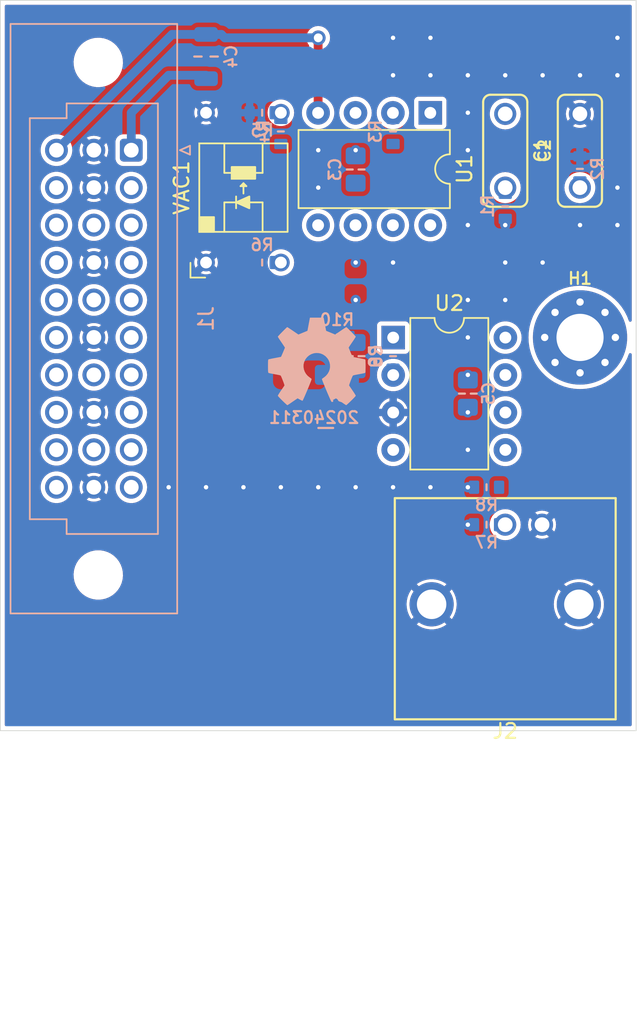
<source format=kicad_pcb>
(kicad_pcb (version 20221018) (generator pcbnew)
  (layers (0 "F.Cu" mixed) (31 "B.Cu" mixed) (34 "B.Paste" user) (35 "F.Paste" user) (36 "B.SilkS" user "B.Silkscreen") (37 "F.SilkS" user "F.Silkscreen") (38 "B.Mask" user) (39 "F.Mask" user) (44 "Edge.Cuts" user))
  (net 0 "")
  (net 1 "GND")
  (net 2 "/+aV")
  (net 3 "/+5V")
  (net 16 "/-aV")
  (net 17 "/xV")
  (net 26 "Net-(U1-+IN)")
  (net 27 "Net-(C1-Pad2)")
  (net 28 "/OUT")
  (net 29 "Net-(U1--IN)")
  (net 30 "Net-(R4-Pad1)")
  (net 31 "Net-(VAC1-A)")
  (net 32 "/GAIN_SET")
  (net 36 "Net-(J2-Pad1)")
  (net 37 "Net-(U2--IN1)")
  (net 38 "Net-(C7-Pad1)")
  (footprint "SquantorCapacitor:C-050-030X100-film" (layer "F.Cu") (at 173.99 73.7 -90)
    (fp_text reference "C1" (at 0 -2.4 90) (layer "F.SilkS") (effects (font (size 0.8 0.8))))
    (fp_text value "47n")
    (fp_line (start -3.8 -1) (end -3.8 1) (stroke (width 0.15)) (layer "F.SilkS"))
    (fp_line (start -3.3 1.5) (end 3.3 1.5) (stroke (width 0.15)) (layer "F.SilkS"))
    (fp_line (start 3.3 -1.5) (end -3.3 -1.5) (stroke (width 0.15)) (layer "F.SilkS"))
    (fp_line (start 3.8 1) (end 3.8 -1) (stroke (width 0.15)) (layer "F.SilkS"))
    (fp_arc (start -3.8 -1) (mid -3.653553 -1.353553) (end -3.3 -1.5) (stroke (width 0.15)) (layer "F.SilkS"))
    (fp_arc (start -3.3 1.5) (mid -3.653553 1.353553) (end -3.8 1) (stroke (width 0.15)) (layer "F.SilkS"))
    (fp_arc (start 3.3 -1.5) (mid 3.653553 -1.353553) (end 3.8 -1) (stroke (width 0.15)) (layer "F.SilkS"))
    (fp_arc (start 3.8 1) (mid 3.653553 1.353553) (end 3.3 1.5) (stroke (width 0.15)) (layer "F.SilkS"))
    (pad "1" thru_hole circle (at -2.5 0 270) (size 1.5 1.5) (drill 1) (layers "*.Cu" "*.Mask") (net 26 "Net-(U1-+IN)"))
    (pad "2" thru_hole circle (at 2.5 0 270) (size 1.5 1.5) (drill 1) (layers "*.Cu" "*.Mask") (net 27 "Net-(C1-Pad2)"))
  )
  (footprint "SquantorCapacitor:C-050-030X100-film" (layer "F.Cu") (at 179.06 73.7 90)
    (fp_text reference "C2" (at 0 -2.4 90) (layer "F.SilkS") (effects (font (size 0.8 0.8))))
    (fp_text value "47n")
    (fp_line (start -3.8 -1) (end -3.8 1) (stroke (width 0.15)) (layer "F.SilkS"))
    (fp_line (start -3.3 1.5) (end 3.3 1.5) (stroke (width 0.15)) (layer "F.SilkS"))
    (fp_line (start 3.3 -1.5) (end -3.3 -1.5) (stroke (width 0.15)) (layer "F.SilkS"))
    (fp_line (start 3.8 1) (end 3.8 -1) (stroke (width 0.15)) (layer "F.SilkS"))
    (fp_arc (start -3.8 -1) (mid -3.653553 -1.353553) (end -3.3 -1.5) (stroke (width 0.15)) (layer "F.SilkS"))
    (fp_arc (start -3.3 1.5) (mid -3.653553 1.353553) (end -3.8 1) (stroke (width 0.15)) (layer "F.SilkS"))
    (fp_arc (start 3.3 -1.5) (mid 3.653553 -1.353553) (end 3.8 -1) (stroke (width 0.15)) (layer "F.SilkS"))
    (fp_arc (start 3.8 1) (mid 3.653553 1.353553) (end 3.3 1.5) (stroke (width 0.15)) (layer "F.SilkS"))
    (pad "1" thru_hole circle (at -2.5 0 90) (size 1.5 1.5) (drill 1) (layers "*.Cu" "*.Mask") (net 26 "Net-(U1-+IN)"))
    (pad "2" thru_hole circle (at 2.5 0 90) (size 1.5 1.5) (drill 1) (layers "*.Cu" "*.Mask") (net 1 "GND"))
  )
  (footprint "Package_DIP:DIP-8_W7.62mm" (layer "F.Cu") (at 166.38 86.37)
    (fp_text reference "U2" (at 3.81 -2.33) (layer "F.SilkS"))
    (fp_text value "LM358")
    (fp_line (start 1.16 -1.33) (end 1.16 8.95) (stroke (width 0.12)) (layer "F.SilkS"))
    (fp_line (start 1.16 8.95) (end 6.46 8.95) (stroke (width 0.12)) (layer "F.SilkS"))
    (fp_line (start 2.81 -1.33) (end 1.16 -1.33) (stroke (width 0.12)) (layer "F.SilkS"))
    (fp_line (start 6.46 -1.33) (end 4.81 -1.33) (stroke (width 0.12)) (layer "F.SilkS"))
    (fp_line (start 6.46 8.95) (end 6.46 -1.33) (stroke (width 0.12)) (layer "F.SilkS"))
    (fp_arc (start 4.81 -1.33) (mid 3.81 -0.33) (end 2.81 -1.33) (stroke (width 0.12)) (layer "F.SilkS"))
    (pad "1" thru_hole rect (at 0 0) (size 1.6 1.6) (drill 0.8) (layers "*.Cu" "*.Mask") (net 32 "/GAIN_SET"))
    (pad "2" thru_hole oval (at 0 2.54) (size 1.6 1.6) (drill 0.8) (layers "*.Cu" "*.Mask") (net 37 "Net-(U2--IN1)"))
    (pad "3" thru_hole oval (at 0 5.08) (size 1.6 1.6) (drill 0.8) (layers "*.Cu" "*.Mask") (net 1 "GND"))
    (pad "4" thru_hole oval (at 0 7.62) (size 1.6 1.6) (drill 0.8) (layers "*.Cu" "*.Mask") (net 16 "/-aV"))
    (pad "5" thru_hole oval (at 7.62 7.62) (size 1.6 1.6) (drill 0.8) (layers "*.Cu" "*.Mask"))
    (pad "6" thru_hole oval (at 7.62 5.08) (size 1.6 1.6) (drill 0.8) (layers "*.Cu" "*.Mask") (net 28 "/OUT"))
    (pad "7" thru_hole oval (at 7.62 2.54) (size 1.6 1.6) (drill 0.8) (layers "*.Cu" "*.Mask") (net 28 "/OUT"))
    (pad "8" thru_hole oval (at 7.62 0) (size 1.6 1.6) (drill 0.8) (layers "*.Cu" "*.Mask") (net 2 "/+aV"))
  )
  (footprint "SquantorConnectors:Conn_BNC_RightAngle_TH" (layer "F.Cu") (at 173.99 104.46 180)
    (fp_text reference "J2" (at 0 -8.6) (layer "F.SilkS"))
    (fp_text value "Coax_shielded")
    (fp_line (start -7.5 -7.8) (end 7.5 -7.8) (stroke (width 0.15)) (layer "F.SilkS"))
    (fp_line (start -7.5 7.2) (end -7.5 -7.8) (stroke (width 0.15)) (layer "F.SilkS"))
    (fp_line (start -7.5 7.2) (end 7.5 7.2) (stroke (width 0.15)) (layer "F.SilkS"))
    (fp_line (start 7.5 -7.8) (end 7.5 7.2) (stroke (width 0.15)) (layer "F.SilkS"))
    (pad "1" thru_hole circle (at 0 5.4 180) (size 1.5 1.5) (drill 1) (layers "*.Cu" "*.Mask") (net 36 "Net-(J2-Pad1)"))
    (pad "2" thru_hole circle (at -2.5 5.4 180) (size 1.5 1.5) (drill 1) (layers "*.Cu" "*.Mask") (net 1 "GND"))
    (pad "S" thru_hole circle (at -5 0 180) (size 3 3) (drill 2) (layers "*.Cu" "*.Mask") (net 1 "GND"))
    (pad "S" thru_hole circle (at 5 0 180) (size 3 3) (drill 2) (layers "*.Cu" "*.Mask") (net 1 "GND"))
  )
  (footprint "SquantorPcbOutline:MountingHole_3.2mm_M3_Pad_Via" (layer "F.Cu") (at 179.07 86.36)
    (fp_text reference "H1" (at 0 -4) (layer "F.SilkS") (effects (font (size 0.8 0.8))))
    (fp_text value "MountingHole")
    (pad "1" thru_hole circle (at -2.4 0) (size 0.9 0.9) (drill 0.5) (layers "*.Cu" "*.Mask"))
    (pad "1" thru_hole circle (at -1.697056 -1.697056) (size 0.9 0.9) (drill 0.5) (layers "*.Cu" "*.Mask"))
    (pad "1" thru_hole circle (at -1.697056 1.697056) (size 0.9 0.9) (drill 0.5) (layers "*.Cu" "*.Mask"))
    (pad "1" thru_hole circle (at 0 -2.4) (size 0.9 0.9) (drill 0.5) (layers "*.Cu" "*.Mask"))
    (pad "1" thru_hole circle (at 0 0) (size 6.4 6.4) (drill 3.2) (layers "*.Cu" "*.Mask"))
    (pad "1" thru_hole circle (at 0 2.4) (size 0.9 0.9) (drill 0.5) (layers "*.Cu" "*.Mask"))
    (pad "1" thru_hole circle (at 1.697056 -1.697056) (size 0.9 0.9) (drill 0.5) (layers "*.Cu" "*.Mask"))
    (pad "1" thru_hole circle (at 1.697056 1.697056) (size 0.9 0.9) (drill 0.5) (layers "*.Cu" "*.Mask"))
    (pad "1" thru_hole circle (at 2.4 0) (size 0.9 0.9) (drill 0.5) (layers "*.Cu" "*.Mask"))
  )
  (footprint "SquantorOpto:NSL32SR3" (layer "F.Cu") (at 156.21 76.2 90)
    (fp_text reference "VAC1" (at 0 -4.2 90 unlocked) (layer "F.SilkS"))
    (fp_text value "Vactrol")
    (fp_line (start -6.1 -3.6) (end -6.1 -2.6) (stroke (width 0.12)) (layer "F.SilkS"))
    (fp_line (start -5.1 -3.6) (end -6.1 -3.6) (stroke (width 0.12)) (layer "F.SilkS"))
    (fp_line (start -3 -1.3) (end -1 -1.3) (stroke (width 0.12)) (layer "F.SilkS"))
    (fp_line (start -1.4 -0.5) (end -0.6 -0.5) (stroke (width 0.12)) (layer "F.SilkS"))
    (fp_line (start -1 -1.3) (end -1 1.3) (stroke (width 0.12)) (layer "F.SilkS"))
    (fp_line (start -1 1.3) (end -3 1.3) (stroke (width 0.12)) (layer "F.SilkS"))
    (fp_line (start -0.4 0) (end 0.3 0) (stroke (width 0.12)) (layer "F.SilkS"))
    (fp_line (start 0.1 -0.2) (end 0.1 0.2) (stroke (width 0.12)) (layer "F.SilkS"))
    (fp_line (start 0.1 0.2) (end 0.3 0) (stroke (width 0.12)) (layer "F.SilkS"))
    (fp_line (start 0.3 0) (end 0.1 -0.2) (stroke (width 0.12)) (layer "F.SilkS"))
    (fp_line (start 1 -1.3) (end 1 1.3) (stroke (width 0.12)) (layer "F.SilkS"))
    (fp_line (start 1 1.3) (end 3 1.3) (stroke (width 0.12)) (layer "F.SilkS"))
    (fp_line (start 3 -1.3) (end 1 -1.3) (stroke (width 0.12)) (layer "F.SilkS"))
    (fp_rect (start -3 -3) (end -2 -2) (stroke (width 0.12)) (fill solid) (layer "F.SilkS"))
    (fp_rect (start 0.6 -0.8) (end 1.4 0.8) (stroke (width 0.12)) (fill solid) (layer "F.SilkS"))
    (fp_rect (start 3 -3) (end -3 3) (stroke (width 0.12)) (fill none) (layer "F.SilkS"))
    (fp_poly (pts (xy -0.6 0.4) (xy -1.4 0.4) (xy -1 -0.5)) (stroke (width 0.12)) (fill solid) (layer "F.SilkS"))
    (pad "1" thru_hole circle (at -5.08 -2.54 90) (size 1.2 1.2) (drill 0.8) (layers "*.Cu" "*.Mask") (net 1 "GND"))
    (pad "2" thru_hole circle (at -5.08 2.54 90) (size 1.2 1.2) (drill 0.8) (layers "*.Cu" "*.Mask") (net 31 "Net-(VAC1-A)"))
    (pad "3" thru_hole circle (at 5.08 2.54 90) (size 1.2 1.2) (drill 0.8) (layers "*.Cu" "*.Mask") (net 30 "Net-(R4-Pad1)"))
    (pad "4" thru_hole circle (at 5.08 -2.54 90) (size 1.2 1.2) (drill 0.8) (layers "*.Cu" "*.Mask") (net 1 "GND"))
  )
  (footprint "Package_DIP:DIP-8_W7.62mm" (layer "F.Cu") (at 168.9 71.13 -90)
    (fp_text reference "U1" (at 3.81 -2.33 90) (layer "F.SilkS"))
    (fp_text value "TL081")
    (fp_line (start 1.16 -1.33) (end 1.16 8.95) (stroke (width 0.12)) (layer "F.SilkS"))
    (fp_line (start 1.16 8.95) (end 6.46 8.95) (stroke (width 0.12)) (layer "F.SilkS"))
    (fp_line (start 2.81 -1.33) (end 1.16 -1.33) (stroke (width 0.12)) (layer "F.SilkS"))
    (fp_line (start 6.46 -1.33) (end 4.81 -1.33) (stroke (width 0.12)) (layer "F.SilkS"))
    (fp_line (start 6.46 8.95) (end 6.46 -1.33) (stroke (width 0.12)) (layer "F.SilkS"))
    (fp_arc (start 4.81 -1.33) (mid 3.81 -0.33) (end 2.81 -1.33) (stroke (width 0.12)) (layer "F.SilkS"))
    (pad "1" thru_hole rect (at 0 0 270) (size 1.6 1.6) (drill 0.8) (layers "*.Cu" "*.Mask"))
    (pad "2" thru_hole oval (at 0 2.54 270) (size 1.6 1.6) (drill 0.8) (layers "*.Cu" "*.Mask") (net 29 "Net-(U1--IN)"))
    (pad "3" thru_hole oval (at 0 5.08 270) (size 1.6 1.6) (drill 0.8) (layers "*.Cu" "*.Mask") (net 26 "Net-(U1-+IN)"))
    (pad "4" thru_hole oval (at 0 7.62 270) (size 1.6 1.6) (drill 0.8) (layers "*.Cu" "*.Mask") (net 16 "/-aV"))
    (pad "5" thru_hole oval (at 7.62 7.62 270) (size 1.6 1.6) (drill 0.8) (layers "*.Cu" "*.Mask"))
    (pad "6" thru_hole oval (at 7.62 5.08 270) (size 1.6 1.6) (drill 0.8) (layers "*.Cu" "*.Mask") (net 28 "/OUT"))
    (pad "7" thru_hole oval (at 7.62 2.54 270) (size 1.6 1.6) (drill 0.8) (layers "*.Cu" "*.Mask") (net 2 "/+aV"))
    (pad "8" thru_hole oval (at 7.62 0 270) (size 1.6 1.6) (drill 0.8) (layers "*.Cu" "*.Mask"))
  )
  (footprint "SquantorLabels:Label_Generic" (layer "B.Cu") (at 161.8 91.9 180)
    (fp_text reference "N1" hide)
    (fp_text value "20240311" (at 0.8 0.1) (layer "B.SilkS") (effects (font (size 0.8 0.8)) (justify mirror)))
    (fp_line (start -0.5 -0.6) (end 0.5 -0.6) (stroke (width 0.15)) (layer "B.SilkS"))
  )
  (footprint "Symbol:OSHW-Symbol_6.7x6mm_SilkScreen" (layer "B.Cu") (at 161.2 88 180)
    (fp_text reference "N2" hide)
    (fp_text value "OHWLOGO" hide)
    (fp_poly (pts (xy 0.555814 2.531069) (xy 0.639635 2.086445) (xy 0.94892 1.958947) (xy 1.258206 1.831449) (xy 1.629246 2.083754) (xy 1.733157 2.154004) (xy 1.827087 2.216728) (xy 1.906652 2.269062) (xy 1.96747 2.308143) (xy 2.005157 2.331107) (xy 2.015421 2.336058) (xy 2.03391 2.323324) (xy 2.07342 2.288118) (xy 2.129522 2.234938) (xy 2.197787 2.168282) (xy 2.273786 2.092646) (xy 2.353092 2.012528) (xy 2.431275 1.932426) (xy 2.503907 1.856836) (xy 2.566559 1.790255) (xy 2.614803 1.737182) (xy 2.64421 1.702113) (xy 2.651241 1.690377) (xy 2.641123 1.66874) (xy 2.612759 1.621338) (xy 2.569129 1.552807) (xy 2.513218 1.467785) (xy 2.448006 1.370907) (xy 2.410219 1.31565) (xy 2.341343 1.214752) (xy 2.28014 1.123701) (xy 2.229578 1.04703) (xy 2.192628 0.989272) (xy 2.172258 0.954957) (xy 2.169197 0.947746) (xy 2.176136 0.927252) (xy 2.195051 0.879487) (xy 2.223087 0.811168) (xy 2.257391 0.729011) (xy 2.295109 0.63973) (xy 2.333387 0.550042) (xy 2.36937 0.466662) (xy 2.400206 0.396306) (xy 2.423039 0.34569) (xy 2.435017 0.321529) (xy 2.435724 0.320578) (xy 2.454531 0.315964) (xy 2.504618 0.305672) (xy 2.580793 0.290713) (xy 2.677865 0.272099) (xy 2.790643 0.250841) (xy 2.856442 0.238582) (xy 2.97695 0.215638) (xy 3.085797 0.193805) (xy 3.177476 0.174278) (xy 3.246481 0.158252) (xy 3.287304 0.146921) (xy 3.295511 0.143326) (xy 3.303548 0.118994) (xy 3.310033 0.064041) (xy 3.31497 -0.015108) (xy 3.318364 -0.112026) (xy 3.320218 -0.220287) (xy 3.320538 -0.333465) (xy 3.319327 -0.445135) (xy 3.31659 -0.548868) (xy 3.312331 -0.638241) (xy 3.306555 -0.706826) (xy 3.299267 -0.748197) (xy 3.294895 -0.75681) (xy 3.268764 -0.767133) (xy 3.213393 -0.781892) (xy 3.136107 -0.799352) (xy 3.04423 -0.81778) (xy 3.012158 -0.823741) (xy 2.857524 -0.852066) (xy 2.735375 -0.874876) (xy 2.641673 -0.89308) (xy 2.572384 -0.907583) (xy 2.523471 -0.919292) (xy 2.490897 -0.929115) (xy 2.470628 -0.937956) (xy 2.458626 -0.946724) (xy 2.456947 -0.948457) (xy 2.440184 -0.976371) (xy 2.414614 -1.030695) (xy 2.382788 -1.104777) (xy 2.34726 -1.191965) (xy 2.310583 -1.285608) (xy 2.275311 -1.379052) (xy 2.243996 -1.465647) (xy 2.219193 -1.53874) (xy 2.203454 -1.591678) (xy 2.199332 -1.617811) (xy 2.199676 -1.618726) (xy 2.213641 -1.640086) (xy 2.245322 -1.687084) (xy 2.291391 -1.754827) (xy 2.348518 -1.838423) (xy 2.413373 -1.932982) (xy 2.431843 -1.959854) (xy 2.497699 -2.057275) (xy 2.55565 -2.146163) (xy 2.602538 -2.221412) (xy 2.635207 -2.27792) (xy 2.6505 -2.310581) (xy 2.651241 -2.314593) (xy 2.638392 -2.335684) (xy 2.602888 -2.377464) (xy 2.549293 -2.435445) (xy 2.482171 -2.505135) (xy 2.406087 -2.582045) (xy 2.325604 -2.661683) (xy 2.245287 -2.739561) (xy 2.169699 -2.811186) (xy 2.103405 -2.87207) (xy 2.050969 -2.917721) (xy 2.016955 -2.94365) (xy 2.007545 -2.947883) (xy 1.985643 -2.937912) (xy 1.9408 -2.91102) (xy 1.880321 -2.871736) (xy 1.833789 -2.840117) (xy 1.749475 -2.782098) (xy 1.649626 -2.713784) (xy 1.549473 -2.645579) (xy 1.495627 -2.609075) (xy 1.313371 -2.4858) (xy 1.160381 -2.56852) (xy 1.090682 -2.604759) (xy 1.031414 -2.632926) (xy 0.991311 -2.648991) (xy 0.981103 -2.651226) (xy 0.968829 -2.634722) (xy 0.944613 -2.588082) (xy 0.910263 -2.515609) (xy 0.867588 -2.421606) (xy 0.818394 -2.310374) (xy 0.76449 -2.186215) (xy 0.707684 -2.053432) (xy 0.649782 -1.916327) (xy 0.592593 -1.779202) (xy 0.537924 -1.646358) (xy 0.487584 -1.522098) (xy 0.44338 -1.410725) (xy 0.407119 -1.316539) (xy 0.380609 -1.243844) (xy 0.365658 -1.196941) (xy 0.363254 -1.180833) (xy 0.382311 -1.160286) (xy 0.424036 -1.126933) (xy 0.479706 -1.087702) (xy 0.484378 -1.084599) (xy 0.628264 -0.969423) (xy 0.744283 -0.835053) (xy 0.83143 -0.685784) (xy 0.888699 -0.525913) (xy 0.915086 -0.359737) (xy 0.909585 -0.191552) (xy 0.87119 -0.025655) (xy 0.798895 0.133658) (xy 0.777626 0.168513) (xy 0.666996 0.309263) (xy 0.536302 0.422286) (xy 0.390064 0.506997) (xy 0.232808 0.562806) (xy 0.069057 0.589126) (xy -0.096667 0.58537) (xy -0.259838 0.55095) (xy -0.415935 0.485277) (xy -0.560433 0.387765) (xy -0.605131 0.348187) (xy -0.718888 0.224297) (xy -0.801782 0.093876) (xy -0.858644 -0.052315) (xy -0.890313 -0.197088) (xy -0.898131 -0.35986) (xy -0.872062 -0.52344) (xy -0.814755 -0.682298) (xy -0.728856 -0.830906) (xy -0.617014 -0.963735) (xy -0.481877 -1.075256) (xy -0.464117 -1.087011) (xy -0.40785 -1.125508) (xy -0.365077 -1.158863) (xy -0.344628 -1.18016) (xy -0.344331 -1.180833) (xy -0.348721 -1.203871) (xy -0.366124 -1.256157) (xy -0.394732 -1.33339) (xy -0.432735 -1.431268) (xy -0.478326 -1.545491) (xy -0.529697 -1.671758) (xy -0.585038 -1.805767) (xy -0.642542 -1.943218) (xy -0.700399 -2.079808) (xy -0.756802 -2.211237) (xy -0.809942 -2.333205) (xy -0.85801 -2.441409) (xy -0.899199 -2.531549) (xy -0.931699 -2.599323) (xy -0.953703 -2.64043) (xy -0.962564 -2.651226) (xy -0.98964 -2.642819) (xy -1.040303 -2.620272) (xy -1.105817 -2.587613) (xy -1.141841 -2.56852) (xy -1.294832 -2.4858) (xy -1.477088 -2.609075) (xy -1.570125 -2.672228) (xy -1.671985 -2.741727) (xy -1.767438 -2.807165) (xy -1.81525 -2.840117) (xy -1.882495 -2.885273) (xy -1.939436 -2.921057) (xy -1.978646 -2.942938) (xy -1.991381 -2.947563) (xy -2.009917 -2.935085) (xy -2.050941 -2.900252) (xy -2.110475 -2.846678) (xy -2.184542 -2.777983) (xy -2.269165 -2.697781) (xy -2.322685 -2.646286) (xy -2.416319 -2.554286) (xy -2.497241 -2.471999) (xy -2.562177 -2.402945) (xy -2.607858 -2.350644) (xy -2.631011 -2.318616) (xy -2.633232 -2.312116) (xy -2.622924 -2.287394) (xy -2.594439 -2.237405) (xy -2.550937 -2.167212) (xy -2.495577 -2.081875) (xy -2.43152 -1.986456) (xy -2.413303 -1.959854) (xy -2.346927 -1.863167) (xy -2.287378 -1.776117) (xy -2.237984 -1.703595) (xy -2.202075 -1.650493) (xy -2.182981 -1.621703) (xy -2.181136 -1.618726) (xy -2.183895 -1.595782) (xy -2.198538 -1.545336) (xy -2.222513 -1.474041) (xy -2.253266 -1.388547) (xy -2.288244 -1.295507) (xy -2.324893 -1.201574) (xy -2.360661 -1.113399) (xy -2.392994 -1.037634) (xy -2.419338 -0.980931) (xy -2.437142 -0.949943) (xy -2.438407 -0.948457) (xy -2.449294 -0.939601) (xy -2.467682 -0.930843) (xy -2.497606 -0.921277) (xy -2.543103 -0.909996) (xy -2.608209 -0.896093) (xy -2.696961 -0.878663) (xy -2.813393 -0.856798) (xy -2.961542 -0.829591) (xy -2.993618 -0.823741) (xy -3.088686 -0.805374) (xy -3.171565 -0.787405) (xy -3.23493 -0.771569) (xy -3.271458 -0.7596) (xy -3.276356 -0.75681) (xy -3.284427 -0.732072) (xy -3.290987 -0.67679) (xy -3.296033 -0.597389) (xy -3.299559 -0.500296) (xy -3.301561 -0.391938) (xy -3.302036 -0.27874) (xy -3.300977 -0.167128) (xy -3.298382 -0.063529) (xy -3.294246 0.025632) (xy -3.288563 0.093928) (xy -3.281331 0.134934) (xy -3.276971 0.143326) (xy -3.252698 0.151792) (xy -3.197426 0.165565) (xy -3.116662 0.18345) (xy -3.015912 0.204252) (xy -2.900683 0.226777) (xy -2.837902 0.238582) (xy -2.718787 0.260849) (xy -2.612565 0.281021) (xy -2.524427 0.298085) (xy -2.459566 0.311031) (xy -2.423174 0.318845) (xy -2.417184 0.320578) (xy -2.407061 0.34011) (xy -2.385662 0.387157) (xy -2.355839 0.454997) (xy -2.320445 0.536909) (xy -2.282332 0.626172) (xy -2.244353 0.716065) (xy -2.20936 0.799865) (xy -2.180206 0.870853) (xy -2.159743 0.922306) (xy -2.150823 0.947503) (xy -2.150657 0.948604) (xy -2.160769 0.968481) (xy -2.189117 1.014223) (xy -2.232723 1.081283) (xy -2.288606 1.165116) (xy -2.353787 1.261174) (xy -2.391679 1.31635) (xy -2.460725 1.417519) (xy -2.52205 1.50937) (xy -2.572663 1.587256) (xy -2.609571 1.646531) (xy -2.629782 1.682549) (xy -2.632701 1.690623) (xy -2.620153 1.709416) (xy -2.585463 1.749543) (xy -2.533063 1.806507) (xy -2.467384 1.875815) (xy -2.392856 1.952969) (xy -2.313913 2.033475) (xy -2.234983 2.112837) (xy -2.1605 2.18656) (xy -2.094894 2.250148) (xy -2.042596 2.299106) (xy -2.008039 2.328939) (xy -1.996478 2.336058) (xy -1.977654 2.326047) (xy -1.932631 2.297922) (xy -1.865787 2.254546) (xy -1.781499 2.198782) (xy -1.684144 2.133494) (xy -1.610707 2.083754) (xy -1.239667 1.831449) (xy -0.621095 2.086445) (xy -0.537275 2.531069) (xy -0.453454 2.975693) (xy 0.471994 2.975693) (xy 0.555814 2.531069)) (stroke (width 0.01)) (fill solid) (layer "B.SilkS"))
  )
  (footprint "SquantorResistor:R_0603_hand" (layer "B.Cu") (at 172.72 99.06)
    (fp_text reference "R7" (at 0 1.2) (layer "B.SilkS") (effects (font (size 0.8 0.8)) (justify mirror)))
    (fp_text value "1K2")
    (fp_line (start 0 0.2) (end 0 -0.2) (stroke (width 0.15)) (layer "B.SilkS"))
    (pad "1" smd roundrect (at -0.85 0) (size 0.7 0.9) (layers "B.Cu" "B.Paste" "B.Mask") (roundrect_rratio 0.1428571429) (net 28 "/OUT"))
    (pad "2" smd roundrect (at 0.85 0) (size 0.7 0.9) (layers "B.Cu" "B.Paste" "B.Mask") (roundrect_rratio 0.1428571429) (net 36 "Net-(J2-Pad1)"))
  )
  (footprint "SquantorCapacitor:C_1206" (layer "B.Cu") (at 153.67 67.31 90)
    (fp_text reference "C4" (at 0 1.7 90) (layer "B.SilkS") (effects (font (size 0.8 0.8)) (justify mirror)))
    (fp_text value "10uF")
    (fp_line (start 0 -0.8) (end 0 -0.3) (stroke (width 0.15)) (layer "B.SilkS"))
    (fp_line (start 0 0.3) (end 0 0.8) (stroke (width 0.15)) (layer "B.SilkS"))
    (pad "1" smd roundrect (at -1.5 0 90) (size 1 1.6) (layers "B.Cu" "B.Paste" "B.Mask") (net 2 "/+aV"))
    (pad "2" smd roundrect (at 1.5 0 90) (size 1 1.6) (layers "B.Cu" "B.Paste" "B.Mask") (net 16 "/-aV"))
  )
  (footprint "SquantorCapacitor:C_0805+0603" (layer "B.Cu") (at 162.56 88.9)
    (fp_text reference "C7" (at 0 1.4) (layer "B.SilkS") (effects (font (size 0.8 0.8)) (justify mirror)))
    (fp_text value "10uF")
    (fp_line (start 0 -0.6) (end 0 -0.2) (stroke (width 0.15)) (layer "B.SilkS"))
    (fp_line (start 0 0.6) (end 0 0.2) (stroke (width 0.15)) (layer "B.SilkS"))
    (pad "1" smd roundrect (at -0.925 0) (size 1.15 1.35) (layers "B.Cu" "B.Paste" "B.Mask") (roundrect_rratio 0.2) (net 38 "Net-(C7-Pad1)"))
    (pad "2" smd roundrect (at 0.925 0) (size 1.15 1.35) (layers "B.Cu" "B.Paste" "B.Mask") (roundrect_rratio 0.2) (net 37 "Net-(U2--IN1)"))
  )
  (footprint "SquantorCapacitor:C_0805+0603" (layer "B.Cu") (at 163.83 74.97 -90)
    (fp_text reference "C3" (at 0 1.4 90) (layer "B.SilkS") (effects (font (size 0.8 0.8)) (justify mirror)))
    (fp_text value "1uF")
    (fp_line (start 0 -0.6) (end 0 -0.2) (stroke (width 0.15)) (layer "B.SilkS"))
    (fp_line (start 0 0.6) (end 0 0.2) (stroke (width 0.15)) (layer "B.SilkS"))
    (pad "1" smd roundrect (at -0.925 0 270) (size 1.15 1.35) (layers "B.Cu" "B.Paste" "B.Mask") (roundrect_rratio 0.2) (net 16 "/-aV"))
    (pad "2" smd roundrect (at 0.925 0 270) (size 1.15 1.35) (layers "B.Cu" "B.Paste" "B.Mask") (roundrect_rratio 0.2) (net 2 "/+aV"))
  )
  (footprint "SquantorResistor:R_0603_hand" (layer "B.Cu") (at 158.75 72.39 -90)
    (fp_text reference "R4" (at 0 1.2 90) (layer "B.SilkS") (effects (font (size 0.8 0.8)) (justify mirror)))
    (fp_text value "3K3")
    (fp_line (start 0 0.2) (end 0 -0.2) (stroke (width 0.15)) (layer "B.SilkS"))
    (pad "1" smd roundrect (at -0.85 0 270) (size 0.7 0.9) (layers "B.Cu" "B.Paste" "B.Mask") (roundrect_rratio 0.1428571429) (net 30 "Net-(R4-Pad1)"))
    (pad "2" smd roundrect (at 0.85 0 270) (size 0.7 0.9) (layers "B.Cu" "B.Paste" "B.Mask") (roundrect_rratio 0.1428571429) (net 29 "Net-(U1--IN)"))
  )
  (footprint "SquantorResistor:R_0603_hand" (layer "B.Cu") (at 172.72 96.52)
    (fp_text reference "R8" (at 0 1.2) (layer "B.SilkS") (effects (font (size 0.8 0.8)) (justify mirror)))
    (fp_text value "1K2")
    (fp_line (start 0 0.2) (end 0 -0.2) (stroke (width 0.15)) (layer "B.SilkS"))
    (pad "1" smd roundrect (at -0.85 0) (size 0.7 0.9) (layers "B.Cu" "B.Paste" "B.Mask") (roundrect_rratio 0.1428571429) (net 28 "/OUT"))
    (pad "2" smd roundrect (at 0.85 0) (size 0.7 0.9) (layers "B.Cu" "B.Paste" "B.Mask") (roundrect_rratio 0.1428571429) (net 36 "Net-(J2-Pad1)"))
  )
  (footprint "SquantorCapacitor:C_0805+0603" (layer "B.Cu") (at 163.83 87.63 90)
    (fp_text reference "C6" (at 0 1.4 90) (layer "B.SilkS") (effects (font (size 0.8 0.8)) (justify mirror)))
    (fp_text value "1uF")
    (fp_line (start 0 -0.6) (end 0 -0.2) (stroke (width 0.15)) (layer "B.SilkS"))
    (fp_line (start 0 0.6) (end 0 0.2) (stroke (width 0.15)) (layer "B.SilkS"))
    (pad "1" smd roundrect (at -0.925 0 90) (size 1.15 1.35) (layers "B.Cu" "B.Paste" "B.Mask") (roundrect_rratio 0.2) (net 37 "Net-(U2--IN1)"))
    (pad "2" smd roundrect (at 0.925 0 90) (size 1.15 1.35) (layers "B.Cu" "B.Paste" "B.Mask") (roundrect_rratio 0.2) (net 32 "/GAIN_SET"))
  )
  (footprint "SquantorResistor:R_0603_hand" (layer "B.Cu") (at 157.48 71.12)
    (fp_text reference "R5" (at 0 1.2 180) (layer "B.SilkS") (effects (font (size 0.8 0.8)) (justify mirror)))
    (fp_text value "220")
    (fp_line (start 0 0.2) (end 0 -0.2) (stroke (width 0.15)) (layer "B.SilkS"))
    (pad "1" smd roundrect (at -0.85 0) (size 0.7 0.9) (layers "B.Cu" "B.Paste" "B.Mask") (roundrect_rratio 0.1428571429) (net 1 "GND"))
    (pad "2" smd roundrect (at 0.85 0) (size 0.7 0.9) (layers "B.Cu" "B.Paste" "B.Mask") (roundrect_rratio 0.1428571429) (net 30 "Net-(R4-Pad1)"))
  )
  (footprint "SquantorResistor:R_0603_hand" (layer "B.Cu") (at 166.37 87.63 -90)
    (fp_text reference "R9" (at 0 1.2 90) (layer "B.SilkS") (effects (font (size 0.8 0.8)) (justify mirror)))
    (fp_text value "120K")
    (fp_line (start 0 0.2) (end 0 -0.2) (stroke (width 0.15)) (layer "B.SilkS"))
    (pad "1" smd roundrect (at -0.85 0 270) (size 0.7 0.9) (layers "B.Cu" "B.Paste" "B.Mask") (roundrect_rratio 0.1428571429) (net 32 "/GAIN_SET"))
    (pad "2" smd roundrect (at 0.85 0 270) (size 0.7 0.9) (layers "B.Cu" "B.Paste" "B.Mask") (roundrect_rratio 0.1428571429) (net 37 "Net-(U2--IN1)"))
  )
  (footprint "SquantorResistor:R_0603_hand" (layer "B.Cu") (at 162.56 86.36 180)
    (fp_text reference "R10" (at 0 1.2) (layer "B.SilkS") (effects (font (size 0.8 0.8)) (justify mirror)))
    (fp_text value "1K")
    (fp_line (start 0 0.2) (end 0 -0.2) (stroke (width 0.15)) (layer "B.SilkS"))
    (pad "1" smd roundrect (at -0.85 0 180) (size 0.7 0.9) (layers "B.Cu" "B.Paste" "B.Mask") (roundrect_rratio 0.1428571429) (net 32 "/GAIN_SET"))
    (pad "2" smd roundrect (at 0.85 0 180) (size 0.7 0.9) (layers "B.Cu" "B.Paste" "B.Mask") (roundrect_rratio 0.1428571429) (net 38 "Net-(C7-Pad1)"))
  )
  (footprint "SquantorResistor:R_0603_hand" (layer "B.Cu") (at 179.06 74.93 90)
    (fp_text reference "R2" (at 0 1.2 270) (layer "B.SilkS") (effects (font (size 0.8 0.8)) (justify mirror)))
    (fp_text value "3K")
    (fp_line (start 0 0.2) (end 0 -0.2) (stroke (width 0.15)) (layer "B.SilkS"))
    (pad "1" smd roundrect (at -0.85 0 90) (size 0.7 0.9) (layers "B.Cu" "B.Paste" "B.Mask") (roundrect_rratio 0.1428571429) (net 26 "Net-(U1-+IN)"))
    (pad "2" smd roundrect (at 0.85 0 90) (size 0.7 0.9) (layers "B.Cu" "B.Paste" "B.Mask") (roundrect_rratio 0.1428571429) (net 1 "GND"))
  )
  (footprint "SquantorConnectors:DIN41612_R3_3x10_Male_Vertical_THT" (layer "B.Cu") (at 146.05 85.09 -90)
    (fp_text reference "J1" (at 0 -7.62 90) (layer "B.SilkS") (effects (justify mirror)))
    (fp_text value "~")
    (fp_line (start -19.99 -5.66) (end -19.99 5.66) (stroke (width 0.12)) (layer "B.SilkS"))
    (fp_line (start -19.99 5.66) (end 19.99 5.66) (stroke (width 0.12)) (layer "B.SilkS"))
    (fp_line (start -14.6 -4.35) (end -14.6 1.85) (stroke (width 0.12)) (layer "B.SilkS"))
    (fp_line (start -14.6 1.85) (end -13.6 1.85) (stroke (width 0.12)) (layer "B.SilkS"))
    (fp_line (start -13.6 1.85) (end -13.6 4.35) (stroke (width 0.12)) (layer "B.SilkS"))
    (fp_line (start -13.6 4.35) (end 13.6 4.35) (stroke (width 0.12)) (layer "B.SilkS"))
    (fp_line (start -11.73 -6.53) (end -11.13 -6.53) (stroke (width 0.12)) (layer "B.SilkS"))
    (fp_line (start -11.43 -5.85) (end -11.73 -6.53) (stroke (width 0.12)) (layer "B.SilkS"))
    (fp_line (start -11.13 -6.53) (end -11.43 -5.85) (stroke (width 0.12)) (layer "B.SilkS"))
    (fp_line (start 13.6 1.85) (end 14.6 1.85) (stroke (width 0.12)) (layer "B.SilkS"))
    (fp_line (start 13.6 4.35) (end 13.6 1.85) (stroke (width 0.12)) (layer "B.SilkS"))
    (fp_line (start 14.6 -4.35) (end -14.6 -4.35) (stroke (width 0.12)) (layer "B.SilkS"))
    (fp_line (start 14.6 1.85) (end 14.6 -4.35) (stroke (width 0.12)) (layer "B.SilkS"))
    (fp_line (start 19.99 -5.66) (end -19.99 -5.66) (stroke (width 0.12)) (layer "B.SilkS"))
    (fp_line (start 19.99 5.66) (end 19.99 -5.66) (stroke (width 0.12)) (layer "B.SilkS"))
    (pad "" np_thru_hole circle (at -17.38 -0.3 180) (size 2.85 2.85) (drill 2.85) (layers "*.Cu" "*.Mask"))
    (pad "" np_thru_hole circle (at 17.38 -0.3 180) (size 2.85 2.85) (drill 2.85) (layers "*.Cu" "*.Mask"))
    (pad "A1" thru_hole roundrect (at -11.43 -2.54 180) (size 1.55 1.55) (drill 1) (layers "*.Cu" "*.Mask") (roundrect_rratio 0.16129) (net 2 "/+aV"))
    (pad "A2" thru_hole circle (at -8.89 -2.54 180) (size 1.55 1.55) (drill 1) (layers "*.Cu" "*.Mask") (net 3 "/+5V"))
    (pad "A3" thru_hole circle (at -6.35 -2.54 180) (size 1.55 1.55) (drill 1) (layers "*.Cu" "*.Mask"))
    (pad "A4" thru_hole circle (at -3.81 -2.54 180) (size 1.55 1.55) (drill 1) (layers "*.Cu" "*.Mask"))
    (pad "A5" thru_hole circle (at -1.27 -2.54 180) (size 1.55 1.55) (drill 1) (layers "*.Cu" "*.Mask"))
    (pad "A6" thru_hole circle (at 1.27 -2.54 180) (size 1.55 1.55) (drill 1) (layers "*.Cu" "*.Mask"))
    (pad "A7" thru_hole circle (at 3.81 -2.54 180) (size 1.55 1.55) (drill 1) (layers "*.Cu" "*.Mask"))
    (pad "A8" thru_hole circle (at 6.35 -2.54 180) (size 1.55 1.55) (drill 1) (layers "*.Cu" "*.Mask"))
    (pad "A9" thru_hole circle (at 8.89 -2.54 180) (size 1.55 1.55) (drill 1) (layers "*.Cu" "*.Mask"))
    (pad "A10" thru_hole circle (at 11.43 -2.54 180) (size 1.55 1.55) (drill 1) (layers "*.Cu" "*.Mask"))
    (pad "B1" thru_hole circle (at -11.43 0 180) (size 1.55 1.55) (drill 1) (layers "*.Cu" "*.Mask") (net 1 "GND"))
    (pad "B2" thru_hole circle (at -8.89 0 180) (size 1.55 1.55) (drill 1) (layers "*.Cu" "*.Mask") (net 1 "GND"))
    (pad "B3" thru_hole circle (at -6.35 0 180) (size 1.55 1.55) (drill 1) (layers "*.Cu" "*.Mask"))
    (pad "B4" thru_hole circle (at -3.81 0 180) (size 1.55 1.55) (drill 1) (layers "*.Cu" "*.Mask") (net 1 "GND"))
    (pad "B5" thru_hole circle (at -1.27 0 180) (size 1.55 1.55) (drill 1) (layers "*.Cu" "*.Mask"))
    (pad "B6" thru_hole circle (at 1.27 0 180) (size 1.55 1.55) (drill 1) (layers "*.Cu" "*.Mask") (net 1 "GND"))
    (pad "B7" thru_hole circle (at 3.81 0 180) (size 1.55 1.55) (drill 1) (layers "*.Cu" "*.Mask"))
    (pad "B8" thru_hole circle (at 6.35 0 180) (size 1.55 1.55) (drill 1) (layers "*.Cu" "*.Mask") (net 1 "GND"))
    (pad "B9" thru_hole circle (at 8.89 0 180) (size 1.55 1.55) (drill 1) (layers "*.Cu" "*.Mask"))
    (pad "B10" thru_hole circle (at 11.43 0 180) (size 1.55 1.55) (drill 1) (layers "*.Cu" "*.Mask") (net 1 "GND"))
    (pad "C1" thru_hole circle (at -11.43 2.54 180) (size 1.55 1.55) (drill 1) (layers "*.Cu" "*.Mask") (net 16 "/-aV"))
    (pad "C2" thru_hole circle (at -8.89 2.54 180) (size 1.55 1.55) (drill 1) (layers "*.Cu" "*.Mask") (net 17 "/xV"))
    (pad "C3" thru_hole circle (at -6.35 2.54 180) (size 1.55 1.55) (drill 1) (layers "*.Cu" "*.Mask"))
    (pad "C4" thru_hole circle (at -3.81 2.54 180) (size 1.55 1.55) (drill 1) (layers "*.Cu" "*.Mask"))
    (pad "C5" thru_hole circle (at -1.27 2.54 180) (size 1.55 1.55) (drill 1) (layers "*.Cu" "*.Mask"))
    (pad "C6" thru_hole circle (at 1.27 2.54 180) (size 1.55 1.55) (drill 1) (layers "*.Cu" "*.Mask"))
    (pad "C7" thru_hole circle (at 3.81 2.54 180) (size 1.55 1.55) (drill 1) (layers "*.Cu" "*.Mask"))
    (pad "C8" thru_hole circle (at 6.35 2.54 180) (size 1.55 1.55) (drill 1) (layers "*.Cu" "*.Mask"))
    (pad "C9" thru_hole circle (at 8.89 2.54 180) (size 1.55 1.55) (drill 1) (layers "*.Cu" "*.Mask"))
    (pad "C10" thru_hole circle (at 11.43 2.54 180) (size 1.55 1.55) (drill 1) (layers "*.Cu" "*.Mask"))
  )
  (footprint "SquantorResistor:R_0603_hand" (layer "B.Cu") (at 173.99 77.47 -90)
    (fp_text reference "R1" (at 0 1.2 90) (layer "B.SilkS") (effects (font (size 0.8 0.8)) (justify mirror)))
    (fp_text value "3K")
    (fp_line (start 0 0.2) (end 0 -0.2) (stroke (width 0.15)) (layer "B.SilkS"))
    (pad "1" smd roundrect (at -0.85 0 270) (size 0.7 0.9) (layers "B.Cu" "B.Paste" "B.Mask") (roundrect_rratio 0.1428571429) (net 27 "Net-(C1-Pad2)"))
    (pad "2" smd roundrect (at 0.85 0 270) (size 0.7 0.9) (layers "B.Cu" "B.Paste" "B.Mask") (roundrect_rratio 0.1428571429) (net 28 "/OUT"))
  )
  (footprint "SquantorCapacitor:C_0805+0603" (layer "B.Cu") (at 171.45 90.17 90)
    (fp_text reference "C5" (at 0 1.4 90) (layer "B.SilkS") (effects (font (size 0.8 0.8)) (justify mirror)))
    (fp_text value "1uF")
    (fp_line (start 0 -0.6) (end 0 -0.2) (stroke (width 0.15)) (layer "B.SilkS"))
    (fp_line (start 0 0.6) (end 0 0.2) (stroke (width 0.15)) (layer "B.SilkS"))
    (pad "1" smd roundrect (at -0.925 0 90) (size 1.15 1.35) (layers "B.Cu" "B.Paste" "B.Mask") (roundrect_rratio 0.2) (net 16 "/-aV"))
    (pad "2" smd roundrect (at 0.925 0 90) (size 1.15 1.35) (layers "B.Cu" "B.Paste" "B.Mask") (roundrect_rratio 0.2) (net 2 "/+aV"))
  )
  (footprint "SquantorResistor:R_0603_hand" (layer "B.Cu") (at 166.37 72.39 -90)
    (fp_text reference "R3" (at 0 1.2 90) (layer "B.SilkS") (effects (font (size 0.8 0.8)) (justify mirror)))
    (fp_text value "6K8")
    (fp_line (start 0 0.2) (end 0 -0.2) (stroke (width 0.15)) (layer "B.SilkS"))
    (pad "1" smd roundrect (at -0.85 0 270) (size 0.7 0.9) (layers "B.Cu" "B.Paste" "B.Mask") (roundrect_rratio 0.1428571429) (net 29 "Net-(U1--IN)"))
    (pad "2" smd roundrect (at 0.85 0 270) (size 0.7 0.9) (layers "B.Cu" "B.Paste" "B.Mask") (roundrect_rratio 0.1428571429) (net 28 "/OUT"))
  )
  (footprint "SquantorResistor:R_0603_hand" (layer "B.Cu") (at 157.48 81.28 180)
    (fp_text reference "R6" (at 0 1.2) (layer "B.SilkS") (effects (font (size 0.8 0.8)) (justify mirror)))
    (fp_text value "100")
    (fp_line (start 0 0.2) (end 0 -0.2) (stroke (width 0.15)) (layer "B.SilkS"))
    (pad "1" smd roundrect (at -0.85 0 180) (size 0.7 0.9) (layers "B.Cu" "B.Paste" "B.Mask") (roundrect_rratio 0.1428571429) (net 31 "Net-(VAC1-A)"))
    (pad "2" smd roundrect (at 0.85 0 180) (size 0.7 0.9) (layers "B.Cu" "B.Paste" "B.Mask") (roundrect_rratio 0.1428571429) (net 32 "/GAIN_SET"))
  )
  (gr_rect (start 139.7 63.5) (end 182.88 113.03) (stroke (width 0.05)) (fill none) (layer "Edge.Cuts"))
  (via (at 173.99 68.58) (size 0.7) (drill 0.3) (layers "F.Cu" "B.Cu") (net 1))
  (via (at 163.83 81.28) (size 0.7) (drill 0.3) (layers "F.Cu" "B.Cu") (net 1))
  (via (at 171.45 86.36) (size 0.7) (drill 0.3) (layers "F.Cu" "B.Cu") (net 1))
  (via (at 181.61 78.74) (size 0.7) (drill 0.3) (layers "F.Cu" "B.Cu") (net 1))
  (via (at 168.91 96.52) (size 0.7) (drill 0.3) (layers "F.Cu" "B.Cu") (net 1))
  (via (at 166.37 96.52) (size 0.7) (drill 0.3) (layers "F.Cu" "B.Cu") (net 1))
  (via (at 168.91 68.58) (size 0.7) (drill 0.3) (layers "F.Cu" "B.Cu") (net 1))
  (via (at 168.91 66.04) (size 0.7) (drill 0.3) (layers "F.Cu" "B.Cu") (net 1))
  (via (at 161.29 76.2) (size 0.7) (drill 0.3) (layers "F.Cu" "B.Cu") (net 1))
  (via (at 158.75 96.52) (size 0.7) (drill 0.3) (layers "F.Cu" "B.Cu") (net 1))
  (via (at 166.37 68.58) (size 0.7) (drill 0.3) (layers "F.Cu" "B.Cu") (net 1))
  (via (at 179.07 78.74) (size 0.7) (drill 0.3) (layers "F.Cu" "B.Cu") (net 1))
  (via (at 173.99 78.74) (size 0.7) (drill 0.3) (layers "F.Cu" "B.Cu") (net 1))
  (via (at 173.99 83.82) (size 0.7) (drill 0.3) (layers "F.Cu" "B.Cu") (net 1))
  (via (at 171.45 88.9) (size 0.7) (drill 0.3) (layers "F.Cu" "B.Cu") (net 1))
  (via (at 161.29 73.66) (size 0.7) (drill 0.3) (layers "F.Cu" "B.Cu") (net 1))
  (via (at 171.45 71.12) (size 0.7) (drill 0.3) (layers "F.Cu" "B.Cu") (net 1))
  (via (at 181.61 76.2) (size 0.7) (drill 0.3) (layers "F.Cu" "B.Cu") (net 1))
  (via (at 176.53 81.28) (size 0.7) (drill 0.3) (layers "F.Cu" "B.Cu") (net 1))
  (via (at 151.13 96.52) (size 0.7) (drill 0.3) (layers "F.Cu" "B.Cu") (net 1))
  (via (at 171.45 73.66) (size 0.7) (drill 0.3) (layers "F.Cu" "B.Cu") (net 1))
  (via (at 163.83 96.52) (size 0.7) (drill 0.3) (layers "F.Cu" "B.Cu") (net 1))
  (via (at 153.67 96.52) (size 0.7) (drill 0.3) (layers "F.Cu" "B.Cu") (net 1))
  (via (at 171.45 78.74) (size 0.7) (drill 0.3) (layers "F.Cu" "B.Cu") (net 1))
  (via (at 171.45 83.82) (size 0.7) (drill 0.3) (layers "F.Cu" "B.Cu") (net 1))
  (via (at 161.29 96.52) (size 0.7) (drill 0.3) (layers "F.Cu" "B.Cu") (net 1))
  (via (at 173.99 81.28) (size 0.7) (drill 0.3) (layers "F.Cu" "B.Cu") (net 1))
  (via (at 171.45 96.52) (size 0.7) (drill 0.3) (layers "F.Cu" "B.Cu") (net 1))
  (via (at 163.83 83.82) (size 0.7) (drill 0.3) (layers "F.Cu" "B.Cu") (net 1))
  (via (at 181.61 68.58) (size 0.7) (drill 0.3) (layers "F.Cu" "B.Cu") (net 1))
  (via (at 171.45 91.44) (size 0.7) (drill 0.3) (layers "F.Cu" "B.Cu") (net 1))
  (via (at 176.53 68.58) (size 0.7) (drill 0.3) (layers "F.Cu" "B.Cu") (net 1))
  (via (at 163.83 73.66) (size 0.7) (drill 0.3) (layers "F.Cu" "B.Cu") (net 1))
  (via (at 171.45 99.06) (size 0.7) (drill 0.3) (layers "F.Cu" "B.Cu") (net 1))
  (via (at 171.45 68.58) (size 0.7) (drill 0.3) (layers "F.Cu" "B.Cu") (net 1))
  (via (at 179.07 68.58) (size 0.7) (drill 0.3) (layers "F.Cu" "B.Cu") (net 1))
  (via (at 156.21 96.52) (size 0.7) (drill 0.3) (layers "F.Cu" "B.Cu") (net 1))
  (via (at 166.37 81.28) (size 0.7) (drill 0.3) (layers "F.Cu" "B.Cu") (net 1))
  (via (at 166.37 66.04) (size 0.7) (drill 0.3) (layers "F.Cu" "B.Cu") (net 1))
  (via (at 179.07 71.12) (size 0.7) (drill 0.3) (layers "F.Cu" "B.Cu") (net 1))
  (via (at 181.61 66.04) (size 0.7) (drill 0.3) (layers "F.Cu" "B.Cu") (net 1))
  (via (at 171.45 93.98) (size 0.7) (drill 0.3) (layers "F.Cu" "B.Cu") (net 1))
  (segment (start 148.59 73.66) (end 148.59 71.12) (width 0.6) (layer "B.Cu") (net 2))
  (segment (start 151.13 68.58) (end 153.67 68.58) (width 0.6) (layer "B.Cu") (net 2))
  (segment (start 148.59 71.12) (end 151.13 68.58) (width 0.6) (layer "B.Cu") (net 2))
  (segment (start 161.28 66.05) (end 161.29 66.04) (width 0.6) (layer "F.Cu") (net 16))
  (segment (start 161.28 71.13) (end 161.28 66.05) (width 0.6) (layer "F.Cu") (net 16))
  (via (at 161.29 66.04) (size 1) (drill 0.6) (layers "F.Cu" "B.Cu") (net 16))
  (segment (start 154.94 66.04) (end 154.71 65.81) (width 0.6) (layer "B.Cu") (net 16))
  (segment (start 161.29 66.04) (end 154.94 66.04) (width 0.6) (layer "B.Cu") (net 16))
  (segment (start 143.51 73.66) (end 151.36 65.81) (width 0.6) (layer "B.Cu") (net 16))
  (segment (start 154.71 65.81) (end 153.67 65.81) (width 0.6) (layer "B.Cu") (net 16))
  (segment (start 151.36 65.81) (end 153.67 65.81) (width 0.6) (layer "B.Cu") (net 16))
  (zone (net 1) (net_name "GND") (layers "F&B.Cu") (connect_pads (clearance 0.3)) (min_thickness 0.2) (fill yes (thermal_gap 0.2) (thermal_bridge_width 0.5))
    (polygon (pts (xy 139.7 63.5) (xy 182.88 63.5) (xy 182.88 113.03) (xy 139.7 113.03)))
  )
)
</source>
